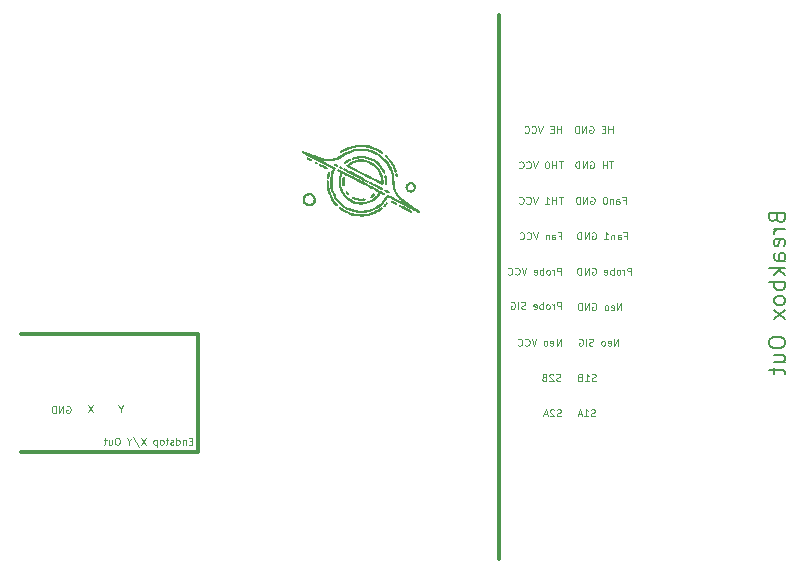
<source format=gbr>
%TF.GenerationSoftware,KiCad,Pcbnew,(6.0.6)*%
%TF.CreationDate,2022-08-12T20:11:25+02:00*%
%TF.ProjectId,breakbox_pcb,62726561-6b62-46f7-985f-7063622e6b69,rev?*%
%TF.SameCoordinates,Original*%
%TF.FileFunction,Legend,Bot*%
%TF.FilePolarity,Positive*%
%FSLAX46Y46*%
G04 Gerber Fmt 4.6, Leading zero omitted, Abs format (unit mm)*
G04 Created by KiCad (PCBNEW (6.0.6)) date 2022-08-12 20:11:25*
%MOMM*%
%LPD*%
G01*
G04 APERTURE LIST*
%ADD10C,0.300000*%
%ADD11C,0.100000*%
%ADD12C,0.200000*%
G04 APERTURE END LIST*
D10*
X52000000Y-79000000D02*
X67000000Y-79000000D01*
X92500000Y-52000000D02*
X92500000Y-98000000D01*
X67000000Y-89000000D02*
X52000000Y-89000000D01*
X67000000Y-79000000D02*
X67000000Y-89000000D01*
D11*
X97857142Y-67371428D02*
X97514285Y-67371428D01*
X97685714Y-67971428D02*
X97685714Y-67371428D01*
X97314285Y-67971428D02*
X97314285Y-67371428D01*
X97314285Y-67657142D02*
X96971428Y-67657142D01*
X96971428Y-67971428D02*
X96971428Y-67371428D01*
X96371428Y-67971428D02*
X96714285Y-67971428D01*
X96542857Y-67971428D02*
X96542857Y-67371428D01*
X96600000Y-67457142D01*
X96657142Y-67514285D01*
X96714285Y-67542857D01*
X95742857Y-67371428D02*
X95542857Y-67971428D01*
X95342857Y-67371428D01*
X94800000Y-67914285D02*
X94828571Y-67942857D01*
X94914285Y-67971428D01*
X94971428Y-67971428D01*
X95057142Y-67942857D01*
X95114285Y-67885714D01*
X95142857Y-67828571D01*
X95171428Y-67714285D01*
X95171428Y-67628571D01*
X95142857Y-67514285D01*
X95114285Y-67457142D01*
X95057142Y-67400000D01*
X94971428Y-67371428D01*
X94914285Y-67371428D01*
X94828571Y-67400000D01*
X94800000Y-67428571D01*
X94200000Y-67914285D02*
X94228571Y-67942857D01*
X94314285Y-67971428D01*
X94371428Y-67971428D01*
X94457142Y-67942857D01*
X94514285Y-67885714D01*
X94542857Y-67828571D01*
X94571428Y-67714285D01*
X94571428Y-67628571D01*
X94542857Y-67514285D01*
X94514285Y-67457142D01*
X94457142Y-67400000D01*
X94371428Y-67371428D01*
X94314285Y-67371428D01*
X94228571Y-67400000D01*
X94200000Y-67428571D01*
X60452000Y-85329714D02*
X60452000Y-85615428D01*
X60652000Y-85015428D02*
X60452000Y-85329714D01*
X60252000Y-85015428D01*
X103685714Y-73971428D02*
X103685714Y-73371428D01*
X103457142Y-73371428D01*
X103400000Y-73400000D01*
X103371428Y-73428571D01*
X103342857Y-73485714D01*
X103342857Y-73571428D01*
X103371428Y-73628571D01*
X103400000Y-73657142D01*
X103457142Y-73685714D01*
X103685714Y-73685714D01*
X103085714Y-73971428D02*
X103085714Y-73571428D01*
X103085714Y-73685714D02*
X103057142Y-73628571D01*
X103028571Y-73600000D01*
X102971428Y-73571428D01*
X102914285Y-73571428D01*
X102628571Y-73971428D02*
X102685714Y-73942857D01*
X102714285Y-73914285D01*
X102742857Y-73857142D01*
X102742857Y-73685714D01*
X102714285Y-73628571D01*
X102685714Y-73600000D01*
X102628571Y-73571428D01*
X102542857Y-73571428D01*
X102485714Y-73600000D01*
X102457142Y-73628571D01*
X102428571Y-73685714D01*
X102428571Y-73857142D01*
X102457142Y-73914285D01*
X102485714Y-73942857D01*
X102542857Y-73971428D01*
X102628571Y-73971428D01*
X102171428Y-73971428D02*
X102171428Y-73371428D01*
X102171428Y-73600000D02*
X102114285Y-73571428D01*
X102000000Y-73571428D01*
X101942857Y-73600000D01*
X101914285Y-73628571D01*
X101885714Y-73685714D01*
X101885714Y-73857142D01*
X101914285Y-73914285D01*
X101942857Y-73942857D01*
X102000000Y-73971428D01*
X102114285Y-73971428D01*
X102171428Y-73942857D01*
X101400000Y-73942857D02*
X101457142Y-73971428D01*
X101571428Y-73971428D01*
X101628571Y-73942857D01*
X101657142Y-73885714D01*
X101657142Y-73657142D01*
X101628571Y-73600000D01*
X101571428Y-73571428D01*
X101457142Y-73571428D01*
X101400000Y-73600000D01*
X101371428Y-73657142D01*
X101371428Y-73714285D01*
X101657142Y-73771428D01*
X100342857Y-73400000D02*
X100400000Y-73371428D01*
X100485714Y-73371428D01*
X100571428Y-73400000D01*
X100628571Y-73457142D01*
X100657142Y-73514285D01*
X100685714Y-73628571D01*
X100685714Y-73714285D01*
X100657142Y-73828571D01*
X100628571Y-73885714D01*
X100571428Y-73942857D01*
X100485714Y-73971428D01*
X100428571Y-73971428D01*
X100342857Y-73942857D01*
X100314285Y-73914285D01*
X100314285Y-73714285D01*
X100428571Y-73714285D01*
X100057142Y-73971428D02*
X100057142Y-73371428D01*
X99714285Y-73971428D01*
X99714285Y-73371428D01*
X99428571Y-73971428D02*
X99428571Y-73371428D01*
X99285714Y-73371428D01*
X99200000Y-73400000D01*
X99142857Y-73457142D01*
X99114285Y-73514285D01*
X99085714Y-73628571D01*
X99085714Y-73714285D01*
X99114285Y-73828571D01*
X99142857Y-73885714D01*
X99200000Y-73942857D01*
X99285714Y-73971428D01*
X99428571Y-73971428D01*
X97542857Y-70657142D02*
X97742857Y-70657142D01*
X97742857Y-70971428D02*
X97742857Y-70371428D01*
X97457142Y-70371428D01*
X96971428Y-70971428D02*
X96971428Y-70657142D01*
X97000000Y-70600000D01*
X97057142Y-70571428D01*
X97171428Y-70571428D01*
X97228571Y-70600000D01*
X96971428Y-70942857D02*
X97028571Y-70971428D01*
X97171428Y-70971428D01*
X97228571Y-70942857D01*
X97257142Y-70885714D01*
X97257142Y-70828571D01*
X97228571Y-70771428D01*
X97171428Y-70742857D01*
X97028571Y-70742857D01*
X96971428Y-70714285D01*
X96685714Y-70571428D02*
X96685714Y-70971428D01*
X96685714Y-70628571D02*
X96657142Y-70600000D01*
X96600000Y-70571428D01*
X96514285Y-70571428D01*
X96457142Y-70600000D01*
X96428571Y-70657142D01*
X96428571Y-70971428D01*
X95771428Y-70371428D02*
X95571428Y-70971428D01*
X95371428Y-70371428D01*
X94828571Y-70914285D02*
X94857142Y-70942857D01*
X94942857Y-70971428D01*
X95000000Y-70971428D01*
X95085714Y-70942857D01*
X95142857Y-70885714D01*
X95171428Y-70828571D01*
X95200000Y-70714285D01*
X95200000Y-70628571D01*
X95171428Y-70514285D01*
X95142857Y-70457142D01*
X95085714Y-70400000D01*
X95000000Y-70371428D01*
X94942857Y-70371428D01*
X94857142Y-70400000D01*
X94828571Y-70428571D01*
X94228571Y-70914285D02*
X94257142Y-70942857D01*
X94342857Y-70971428D01*
X94400000Y-70971428D01*
X94485714Y-70942857D01*
X94542857Y-70885714D01*
X94571428Y-70828571D01*
X94600000Y-70714285D01*
X94600000Y-70628571D01*
X94571428Y-70514285D01*
X94542857Y-70457142D01*
X94485714Y-70400000D01*
X94400000Y-70371428D01*
X94342857Y-70371428D01*
X94257142Y-70400000D01*
X94228571Y-70428571D01*
X97728571Y-73971428D02*
X97728571Y-73371428D01*
X97500000Y-73371428D01*
X97442857Y-73400000D01*
X97414285Y-73428571D01*
X97385714Y-73485714D01*
X97385714Y-73571428D01*
X97414285Y-73628571D01*
X97442857Y-73657142D01*
X97500000Y-73685714D01*
X97728571Y-73685714D01*
X97128571Y-73971428D02*
X97128571Y-73571428D01*
X97128571Y-73685714D02*
X97100000Y-73628571D01*
X97071428Y-73600000D01*
X97014285Y-73571428D01*
X96957142Y-73571428D01*
X96671428Y-73971428D02*
X96728571Y-73942857D01*
X96757142Y-73914285D01*
X96785714Y-73857142D01*
X96785714Y-73685714D01*
X96757142Y-73628571D01*
X96728571Y-73600000D01*
X96671428Y-73571428D01*
X96585714Y-73571428D01*
X96528571Y-73600000D01*
X96500000Y-73628571D01*
X96471428Y-73685714D01*
X96471428Y-73857142D01*
X96500000Y-73914285D01*
X96528571Y-73942857D01*
X96585714Y-73971428D01*
X96671428Y-73971428D01*
X96214285Y-73971428D02*
X96214285Y-73371428D01*
X96214285Y-73600000D02*
X96157142Y-73571428D01*
X96042857Y-73571428D01*
X95985714Y-73600000D01*
X95957142Y-73628571D01*
X95928571Y-73685714D01*
X95928571Y-73857142D01*
X95957142Y-73914285D01*
X95985714Y-73942857D01*
X96042857Y-73971428D01*
X96157142Y-73971428D01*
X96214285Y-73942857D01*
X95442857Y-73942857D02*
X95500000Y-73971428D01*
X95614285Y-73971428D01*
X95671428Y-73942857D01*
X95700000Y-73885714D01*
X95700000Y-73657142D01*
X95671428Y-73600000D01*
X95614285Y-73571428D01*
X95500000Y-73571428D01*
X95442857Y-73600000D01*
X95414285Y-73657142D01*
X95414285Y-73714285D01*
X95700000Y-73771428D01*
X94785714Y-73371428D02*
X94585714Y-73971428D01*
X94385714Y-73371428D01*
X93842857Y-73914285D02*
X93871428Y-73942857D01*
X93957142Y-73971428D01*
X94014285Y-73971428D01*
X94100000Y-73942857D01*
X94157142Y-73885714D01*
X94185714Y-73828571D01*
X94214285Y-73714285D01*
X94214285Y-73628571D01*
X94185714Y-73514285D01*
X94157142Y-73457142D01*
X94100000Y-73400000D01*
X94014285Y-73371428D01*
X93957142Y-73371428D01*
X93871428Y-73400000D01*
X93842857Y-73428571D01*
X93242857Y-73914285D02*
X93271428Y-73942857D01*
X93357142Y-73971428D01*
X93414285Y-73971428D01*
X93500000Y-73942857D01*
X93557142Y-73885714D01*
X93585714Y-73828571D01*
X93614285Y-73714285D01*
X93614285Y-73628571D01*
X93585714Y-73514285D01*
X93557142Y-73457142D01*
X93500000Y-73400000D01*
X93414285Y-73371428D01*
X93357142Y-73371428D01*
X93271428Y-73400000D01*
X93242857Y-73428571D01*
X102842857Y-76971428D02*
X102842857Y-76371428D01*
X102500000Y-76971428D01*
X102500000Y-76371428D01*
X101985714Y-76942857D02*
X102042857Y-76971428D01*
X102157142Y-76971428D01*
X102214285Y-76942857D01*
X102242857Y-76885714D01*
X102242857Y-76657142D01*
X102214285Y-76600000D01*
X102157142Y-76571428D01*
X102042857Y-76571428D01*
X101985714Y-76600000D01*
X101957142Y-76657142D01*
X101957142Y-76714285D01*
X102242857Y-76771428D01*
X101614285Y-76971428D02*
X101671428Y-76942857D01*
X101700000Y-76914285D01*
X101728571Y-76857142D01*
X101728571Y-76685714D01*
X101700000Y-76628571D01*
X101671428Y-76600000D01*
X101614285Y-76571428D01*
X101528571Y-76571428D01*
X101471428Y-76600000D01*
X101442857Y-76628571D01*
X101414285Y-76685714D01*
X101414285Y-76857142D01*
X101442857Y-76914285D01*
X101471428Y-76942857D01*
X101528571Y-76971428D01*
X101614285Y-76971428D01*
X100385714Y-76400000D02*
X100442857Y-76371428D01*
X100528571Y-76371428D01*
X100614285Y-76400000D01*
X100671428Y-76457142D01*
X100700000Y-76514285D01*
X100728571Y-76628571D01*
X100728571Y-76714285D01*
X100700000Y-76828571D01*
X100671428Y-76885714D01*
X100614285Y-76942857D01*
X100528571Y-76971428D01*
X100471428Y-76971428D01*
X100385714Y-76942857D01*
X100357142Y-76914285D01*
X100357142Y-76714285D01*
X100471428Y-76714285D01*
X100100000Y-76971428D02*
X100100000Y-76371428D01*
X99757142Y-76971428D01*
X99757142Y-76371428D01*
X99471428Y-76971428D02*
X99471428Y-76371428D01*
X99328571Y-76371428D01*
X99242857Y-76400000D01*
X99185714Y-76457142D01*
X99157142Y-76514285D01*
X99128571Y-76628571D01*
X99128571Y-76714285D01*
X99157142Y-76828571D01*
X99185714Y-76885714D01*
X99242857Y-76942857D01*
X99328571Y-76971428D01*
X99471428Y-76971428D01*
X102128571Y-64371428D02*
X101785714Y-64371428D01*
X101957142Y-64971428D02*
X101957142Y-64371428D01*
X101585714Y-64971428D02*
X101585714Y-64371428D01*
X101585714Y-64657142D02*
X101242857Y-64657142D01*
X101242857Y-64971428D02*
X101242857Y-64371428D01*
X100185714Y-64400000D02*
X100242857Y-64371428D01*
X100328571Y-64371428D01*
X100414285Y-64400000D01*
X100471428Y-64457142D01*
X100500000Y-64514285D01*
X100528571Y-64628571D01*
X100528571Y-64714285D01*
X100500000Y-64828571D01*
X100471428Y-64885714D01*
X100414285Y-64942857D01*
X100328571Y-64971428D01*
X100271428Y-64971428D01*
X100185714Y-64942857D01*
X100157142Y-64914285D01*
X100157142Y-64714285D01*
X100271428Y-64714285D01*
X99900000Y-64971428D02*
X99900000Y-64371428D01*
X99557142Y-64971428D01*
X99557142Y-64371428D01*
X99271428Y-64971428D02*
X99271428Y-64371428D01*
X99128571Y-64371428D01*
X99042857Y-64400000D01*
X98985714Y-64457142D01*
X98957142Y-64514285D01*
X98928571Y-64628571D01*
X98928571Y-64714285D01*
X98957142Y-64828571D01*
X98985714Y-64885714D01*
X99042857Y-64942857D01*
X99128571Y-64971428D01*
X99271428Y-64971428D01*
X97714285Y-85942857D02*
X97628571Y-85971428D01*
X97485714Y-85971428D01*
X97428571Y-85942857D01*
X97400000Y-85914285D01*
X97371428Y-85857142D01*
X97371428Y-85800000D01*
X97400000Y-85742857D01*
X97428571Y-85714285D01*
X97485714Y-85685714D01*
X97600000Y-85657142D01*
X97657142Y-85628571D01*
X97685714Y-85600000D01*
X97714285Y-85542857D01*
X97714285Y-85485714D01*
X97685714Y-85428571D01*
X97657142Y-85400000D01*
X97600000Y-85371428D01*
X97457142Y-85371428D01*
X97371428Y-85400000D01*
X97142857Y-85428571D02*
X97114285Y-85400000D01*
X97057142Y-85371428D01*
X96914285Y-85371428D01*
X96857142Y-85400000D01*
X96828571Y-85428571D01*
X96800000Y-85485714D01*
X96800000Y-85542857D01*
X96828571Y-85628571D01*
X97171428Y-85971428D01*
X96800000Y-85971428D01*
X96571428Y-85800000D02*
X96285714Y-85800000D01*
X96628571Y-85971428D02*
X96428571Y-85371428D01*
X96228571Y-85971428D01*
X97857142Y-64371428D02*
X97514285Y-64371428D01*
X97685714Y-64971428D02*
X97685714Y-64371428D01*
X97314285Y-64971428D02*
X97314285Y-64371428D01*
X97314285Y-64657142D02*
X96971428Y-64657142D01*
X96971428Y-64971428D02*
X96971428Y-64371428D01*
X96571428Y-64371428D02*
X96514285Y-64371428D01*
X96457142Y-64400000D01*
X96428571Y-64428571D01*
X96400000Y-64485714D01*
X96371428Y-64600000D01*
X96371428Y-64742857D01*
X96400000Y-64857142D01*
X96428571Y-64914285D01*
X96457142Y-64942857D01*
X96514285Y-64971428D01*
X96571428Y-64971428D01*
X96628571Y-64942857D01*
X96657142Y-64914285D01*
X96685714Y-64857142D01*
X96714285Y-64742857D01*
X96714285Y-64600000D01*
X96685714Y-64485714D01*
X96657142Y-64428571D01*
X96628571Y-64400000D01*
X96571428Y-64371428D01*
X95742857Y-64371428D02*
X95542857Y-64971428D01*
X95342857Y-64371428D01*
X94800000Y-64914285D02*
X94828571Y-64942857D01*
X94914285Y-64971428D01*
X94971428Y-64971428D01*
X95057142Y-64942857D01*
X95114285Y-64885714D01*
X95142857Y-64828571D01*
X95171428Y-64714285D01*
X95171428Y-64628571D01*
X95142857Y-64514285D01*
X95114285Y-64457142D01*
X95057142Y-64400000D01*
X94971428Y-64371428D01*
X94914285Y-64371428D01*
X94828571Y-64400000D01*
X94800000Y-64428571D01*
X94200000Y-64914285D02*
X94228571Y-64942857D01*
X94314285Y-64971428D01*
X94371428Y-64971428D01*
X94457142Y-64942857D01*
X94514285Y-64885714D01*
X94542857Y-64828571D01*
X94571428Y-64714285D01*
X94571428Y-64628571D01*
X94542857Y-64514285D01*
X94514285Y-64457142D01*
X94457142Y-64400000D01*
X94371428Y-64371428D01*
X94314285Y-64371428D01*
X94228571Y-64400000D01*
X94200000Y-64428571D01*
X103085714Y-70657142D02*
X103285714Y-70657142D01*
X103285714Y-70971428D02*
X103285714Y-70371428D01*
X103000000Y-70371428D01*
X102514285Y-70971428D02*
X102514285Y-70657142D01*
X102542857Y-70600000D01*
X102600000Y-70571428D01*
X102714285Y-70571428D01*
X102771428Y-70600000D01*
X102514285Y-70942857D02*
X102571428Y-70971428D01*
X102714285Y-70971428D01*
X102771428Y-70942857D01*
X102800000Y-70885714D01*
X102800000Y-70828571D01*
X102771428Y-70771428D01*
X102714285Y-70742857D01*
X102571428Y-70742857D01*
X102514285Y-70714285D01*
X102228571Y-70571428D02*
X102228571Y-70971428D01*
X102228571Y-70628571D02*
X102200000Y-70600000D01*
X102142857Y-70571428D01*
X102057142Y-70571428D01*
X102000000Y-70600000D01*
X101971428Y-70657142D01*
X101971428Y-70971428D01*
X101371428Y-70971428D02*
X101714285Y-70971428D01*
X101542857Y-70971428D02*
X101542857Y-70371428D01*
X101600000Y-70457142D01*
X101657142Y-70514285D01*
X101714285Y-70542857D01*
X100342857Y-70400000D02*
X100400000Y-70371428D01*
X100485714Y-70371428D01*
X100571428Y-70400000D01*
X100628571Y-70457142D01*
X100657142Y-70514285D01*
X100685714Y-70628571D01*
X100685714Y-70714285D01*
X100657142Y-70828571D01*
X100628571Y-70885714D01*
X100571428Y-70942857D01*
X100485714Y-70971428D01*
X100428571Y-70971428D01*
X100342857Y-70942857D01*
X100314285Y-70914285D01*
X100314285Y-70714285D01*
X100428571Y-70714285D01*
X100057142Y-70971428D02*
X100057142Y-70371428D01*
X99714285Y-70971428D01*
X99714285Y-70371428D01*
X99428571Y-70971428D02*
X99428571Y-70371428D01*
X99285714Y-70371428D01*
X99200000Y-70400000D01*
X99142857Y-70457142D01*
X99114285Y-70514285D01*
X99085714Y-70628571D01*
X99085714Y-70714285D01*
X99114285Y-70828571D01*
X99142857Y-70885714D01*
X99200000Y-70942857D01*
X99285714Y-70971428D01*
X99428571Y-70971428D01*
X55857142Y-85100000D02*
X55914285Y-85071428D01*
X56000000Y-85071428D01*
X56085714Y-85100000D01*
X56142857Y-85157142D01*
X56171428Y-85214285D01*
X56200000Y-85328571D01*
X56200000Y-85414285D01*
X56171428Y-85528571D01*
X56142857Y-85585714D01*
X56085714Y-85642857D01*
X56000000Y-85671428D01*
X55942857Y-85671428D01*
X55857142Y-85642857D01*
X55828571Y-85614285D01*
X55828571Y-85414285D01*
X55942857Y-85414285D01*
X55571428Y-85671428D02*
X55571428Y-85071428D01*
X55228571Y-85671428D01*
X55228571Y-85071428D01*
X54942857Y-85671428D02*
X54942857Y-85071428D01*
X54800000Y-85071428D01*
X54714285Y-85100000D01*
X54657142Y-85157142D01*
X54628571Y-85214285D01*
X54600000Y-85328571D01*
X54600000Y-85414285D01*
X54628571Y-85528571D01*
X54657142Y-85585714D01*
X54714285Y-85642857D01*
X54800000Y-85671428D01*
X54942857Y-85671428D01*
D12*
X115978000Y-69171333D02*
X116044666Y-69371333D01*
X116111333Y-69438000D01*
X116244666Y-69504666D01*
X116444666Y-69504666D01*
X116578000Y-69438000D01*
X116644666Y-69371333D01*
X116711333Y-69238000D01*
X116711333Y-68704666D01*
X115311333Y-68704666D01*
X115311333Y-69171333D01*
X115378000Y-69304666D01*
X115444666Y-69371333D01*
X115578000Y-69438000D01*
X115711333Y-69438000D01*
X115844666Y-69371333D01*
X115911333Y-69304666D01*
X115978000Y-69171333D01*
X115978000Y-68704666D01*
X116711333Y-70104666D02*
X115778000Y-70104666D01*
X116044666Y-70104666D02*
X115911333Y-70171333D01*
X115844666Y-70238000D01*
X115778000Y-70371333D01*
X115778000Y-70504666D01*
X116644666Y-71504666D02*
X116711333Y-71371333D01*
X116711333Y-71104666D01*
X116644666Y-70971333D01*
X116511333Y-70904666D01*
X115978000Y-70904666D01*
X115844666Y-70971333D01*
X115778000Y-71104666D01*
X115778000Y-71371333D01*
X115844666Y-71504666D01*
X115978000Y-71571333D01*
X116111333Y-71571333D01*
X116244666Y-70904666D01*
X116711333Y-72771333D02*
X115978000Y-72771333D01*
X115844666Y-72704666D01*
X115778000Y-72571333D01*
X115778000Y-72304666D01*
X115844666Y-72171333D01*
X116644666Y-72771333D02*
X116711333Y-72638000D01*
X116711333Y-72304666D01*
X116644666Y-72171333D01*
X116511333Y-72104666D01*
X116378000Y-72104666D01*
X116244666Y-72171333D01*
X116178000Y-72304666D01*
X116178000Y-72638000D01*
X116111333Y-72771333D01*
X116711333Y-73438000D02*
X115311333Y-73438000D01*
X116178000Y-73571333D02*
X116711333Y-73971333D01*
X115778000Y-73971333D02*
X116311333Y-73438000D01*
X116711333Y-74571333D02*
X115311333Y-74571333D01*
X115844666Y-74571333D02*
X115778000Y-74704666D01*
X115778000Y-74971333D01*
X115844666Y-75104666D01*
X115911333Y-75171333D01*
X116044666Y-75238000D01*
X116444666Y-75238000D01*
X116578000Y-75171333D01*
X116644666Y-75104666D01*
X116711333Y-74971333D01*
X116711333Y-74704666D01*
X116644666Y-74571333D01*
X116711333Y-76038000D02*
X116644666Y-75904666D01*
X116578000Y-75838000D01*
X116444666Y-75771333D01*
X116044666Y-75771333D01*
X115911333Y-75838000D01*
X115844666Y-75904666D01*
X115778000Y-76038000D01*
X115778000Y-76238000D01*
X115844666Y-76371333D01*
X115911333Y-76438000D01*
X116044666Y-76504666D01*
X116444666Y-76504666D01*
X116578000Y-76438000D01*
X116644666Y-76371333D01*
X116711333Y-76238000D01*
X116711333Y-76038000D01*
X116711333Y-76971333D02*
X115778000Y-77704666D01*
X115778000Y-76971333D02*
X116711333Y-77704666D01*
X115311333Y-79571333D02*
X115311333Y-79838000D01*
X115378000Y-79971333D01*
X115511333Y-80104666D01*
X115778000Y-80171333D01*
X116244666Y-80171333D01*
X116511333Y-80104666D01*
X116644666Y-79971333D01*
X116711333Y-79838000D01*
X116711333Y-79571333D01*
X116644666Y-79438000D01*
X116511333Y-79304666D01*
X116244666Y-79238000D01*
X115778000Y-79238000D01*
X115511333Y-79304666D01*
X115378000Y-79438000D01*
X115311333Y-79571333D01*
X115778000Y-81371333D02*
X116711333Y-81371333D01*
X115778000Y-80771333D02*
X116511333Y-80771333D01*
X116644666Y-80838000D01*
X116711333Y-80971333D01*
X116711333Y-81171333D01*
X116644666Y-81304666D01*
X116578000Y-81371333D01*
X115778000Y-81838000D02*
X115778000Y-82371333D01*
X115311333Y-82038000D02*
X116511333Y-82038000D01*
X116644666Y-82104666D01*
X116711333Y-82238000D01*
X116711333Y-82371333D01*
D11*
X97700000Y-76871428D02*
X97700000Y-76271428D01*
X97471428Y-76271428D01*
X97414285Y-76300000D01*
X97385714Y-76328571D01*
X97357142Y-76385714D01*
X97357142Y-76471428D01*
X97385714Y-76528571D01*
X97414285Y-76557142D01*
X97471428Y-76585714D01*
X97700000Y-76585714D01*
X97100000Y-76871428D02*
X97100000Y-76471428D01*
X97100000Y-76585714D02*
X97071428Y-76528571D01*
X97042857Y-76500000D01*
X96985714Y-76471428D01*
X96928571Y-76471428D01*
X96642857Y-76871428D02*
X96700000Y-76842857D01*
X96728571Y-76814285D01*
X96757142Y-76757142D01*
X96757142Y-76585714D01*
X96728571Y-76528571D01*
X96700000Y-76500000D01*
X96642857Y-76471428D01*
X96557142Y-76471428D01*
X96500000Y-76500000D01*
X96471428Y-76528571D01*
X96442857Y-76585714D01*
X96442857Y-76757142D01*
X96471428Y-76814285D01*
X96500000Y-76842857D01*
X96557142Y-76871428D01*
X96642857Y-76871428D01*
X96185714Y-76871428D02*
X96185714Y-76271428D01*
X96185714Y-76500000D02*
X96128571Y-76471428D01*
X96014285Y-76471428D01*
X95957142Y-76500000D01*
X95928571Y-76528571D01*
X95900000Y-76585714D01*
X95900000Y-76757142D01*
X95928571Y-76814285D01*
X95957142Y-76842857D01*
X96014285Y-76871428D01*
X96128571Y-76871428D01*
X96185714Y-76842857D01*
X95414285Y-76842857D02*
X95471428Y-76871428D01*
X95585714Y-76871428D01*
X95642857Y-76842857D01*
X95671428Y-76785714D01*
X95671428Y-76557142D01*
X95642857Y-76500000D01*
X95585714Y-76471428D01*
X95471428Y-76471428D01*
X95414285Y-76500000D01*
X95385714Y-76557142D01*
X95385714Y-76614285D01*
X95671428Y-76671428D01*
X94700000Y-76842857D02*
X94614285Y-76871428D01*
X94471428Y-76871428D01*
X94414285Y-76842857D01*
X94385714Y-76814285D01*
X94357142Y-76757142D01*
X94357142Y-76700000D01*
X94385714Y-76642857D01*
X94414285Y-76614285D01*
X94471428Y-76585714D01*
X94585714Y-76557142D01*
X94642857Y-76528571D01*
X94671428Y-76500000D01*
X94700000Y-76442857D01*
X94700000Y-76385714D01*
X94671428Y-76328571D01*
X94642857Y-76300000D01*
X94585714Y-76271428D01*
X94442857Y-76271428D01*
X94357142Y-76300000D01*
X94100000Y-76871428D02*
X94100000Y-76271428D01*
X93500000Y-76300000D02*
X93557142Y-76271428D01*
X93642857Y-76271428D01*
X93728571Y-76300000D01*
X93785714Y-76357142D01*
X93814285Y-76414285D01*
X93842857Y-76528571D01*
X93842857Y-76614285D01*
X93814285Y-76728571D01*
X93785714Y-76785714D01*
X93728571Y-76842857D01*
X93642857Y-76871428D01*
X93585714Y-76871428D01*
X93500000Y-76842857D01*
X93471428Y-76814285D01*
X93471428Y-76614285D01*
X93585714Y-76614285D01*
X100657142Y-82942857D02*
X100571428Y-82971428D01*
X100428571Y-82971428D01*
X100371428Y-82942857D01*
X100342857Y-82914285D01*
X100314285Y-82857142D01*
X100314285Y-82800000D01*
X100342857Y-82742857D01*
X100371428Y-82714285D01*
X100428571Y-82685714D01*
X100542857Y-82657142D01*
X100600000Y-82628571D01*
X100628571Y-82600000D01*
X100657142Y-82542857D01*
X100657142Y-82485714D01*
X100628571Y-82428571D01*
X100600000Y-82400000D01*
X100542857Y-82371428D01*
X100400000Y-82371428D01*
X100314285Y-82400000D01*
X99742857Y-82971428D02*
X100085714Y-82971428D01*
X99914285Y-82971428D02*
X99914285Y-82371428D01*
X99971428Y-82457142D01*
X100028571Y-82514285D01*
X100085714Y-82542857D01*
X99285714Y-82657142D02*
X99200000Y-82685714D01*
X99171428Y-82714285D01*
X99142857Y-82771428D01*
X99142857Y-82857142D01*
X99171428Y-82914285D01*
X99200000Y-82942857D01*
X99257142Y-82971428D01*
X99485714Y-82971428D01*
X99485714Y-82371428D01*
X99285714Y-82371428D01*
X99228571Y-82400000D01*
X99200000Y-82428571D01*
X99171428Y-82485714D01*
X99171428Y-82542857D01*
X99200000Y-82600000D01*
X99228571Y-82628571D01*
X99285714Y-82657142D01*
X99485714Y-82657142D01*
X100614285Y-85942857D02*
X100528571Y-85971428D01*
X100385714Y-85971428D01*
X100328571Y-85942857D01*
X100300000Y-85914285D01*
X100271428Y-85857142D01*
X100271428Y-85800000D01*
X100300000Y-85742857D01*
X100328571Y-85714285D01*
X100385714Y-85685714D01*
X100500000Y-85657142D01*
X100557142Y-85628571D01*
X100585714Y-85600000D01*
X100614285Y-85542857D01*
X100614285Y-85485714D01*
X100585714Y-85428571D01*
X100557142Y-85400000D01*
X100500000Y-85371428D01*
X100357142Y-85371428D01*
X100271428Y-85400000D01*
X99700000Y-85971428D02*
X100042857Y-85971428D01*
X99871428Y-85971428D02*
X99871428Y-85371428D01*
X99928571Y-85457142D01*
X99985714Y-85514285D01*
X100042857Y-85542857D01*
X99471428Y-85800000D02*
X99185714Y-85800000D01*
X99528571Y-85971428D02*
X99328571Y-85371428D01*
X99128571Y-85971428D01*
X58112000Y-85015428D02*
X57712000Y-85615428D01*
X57712000Y-85015428D02*
X58112000Y-85615428D01*
X66500000Y-88057142D02*
X66300000Y-88057142D01*
X66214285Y-88371428D02*
X66500000Y-88371428D01*
X66500000Y-87771428D01*
X66214285Y-87771428D01*
X65957142Y-87971428D02*
X65957142Y-88371428D01*
X65957142Y-88028571D02*
X65928571Y-88000000D01*
X65871428Y-87971428D01*
X65785714Y-87971428D01*
X65728571Y-88000000D01*
X65700000Y-88057142D01*
X65700000Y-88371428D01*
X65157142Y-88371428D02*
X65157142Y-87771428D01*
X65157142Y-88342857D02*
X65214285Y-88371428D01*
X65328571Y-88371428D01*
X65385714Y-88342857D01*
X65414285Y-88314285D01*
X65442857Y-88257142D01*
X65442857Y-88085714D01*
X65414285Y-88028571D01*
X65385714Y-88000000D01*
X65328571Y-87971428D01*
X65214285Y-87971428D01*
X65157142Y-88000000D01*
X64900000Y-88342857D02*
X64842857Y-88371428D01*
X64728571Y-88371428D01*
X64671428Y-88342857D01*
X64642857Y-88285714D01*
X64642857Y-88257142D01*
X64671428Y-88200000D01*
X64728571Y-88171428D01*
X64814285Y-88171428D01*
X64871428Y-88142857D01*
X64900000Y-88085714D01*
X64900000Y-88057142D01*
X64871428Y-88000000D01*
X64814285Y-87971428D01*
X64728571Y-87971428D01*
X64671428Y-88000000D01*
X64471428Y-87971428D02*
X64242857Y-87971428D01*
X64385714Y-87771428D02*
X64385714Y-88285714D01*
X64357142Y-88342857D01*
X64300000Y-88371428D01*
X64242857Y-88371428D01*
X63957142Y-88371428D02*
X64014285Y-88342857D01*
X64042857Y-88314285D01*
X64071428Y-88257142D01*
X64071428Y-88085714D01*
X64042857Y-88028571D01*
X64014285Y-88000000D01*
X63957142Y-87971428D01*
X63871428Y-87971428D01*
X63814285Y-88000000D01*
X63785714Y-88028571D01*
X63757142Y-88085714D01*
X63757142Y-88257142D01*
X63785714Y-88314285D01*
X63814285Y-88342857D01*
X63871428Y-88371428D01*
X63957142Y-88371428D01*
X63500000Y-87971428D02*
X63500000Y-88571428D01*
X63500000Y-88000000D02*
X63442857Y-87971428D01*
X63328571Y-87971428D01*
X63271428Y-88000000D01*
X63242857Y-88028571D01*
X63214285Y-88085714D01*
X63214285Y-88257142D01*
X63242857Y-88314285D01*
X63271428Y-88342857D01*
X63328571Y-88371428D01*
X63442857Y-88371428D01*
X63500000Y-88342857D01*
X62557142Y-87771428D02*
X62157142Y-88371428D01*
X62157142Y-87771428D02*
X62557142Y-88371428D01*
X61500000Y-87742857D02*
X62014285Y-88514285D01*
X61185714Y-88085714D02*
X61185714Y-88371428D01*
X61385714Y-87771428D02*
X61185714Y-88085714D01*
X60985714Y-87771428D01*
X60214285Y-87771428D02*
X60100000Y-87771428D01*
X60042857Y-87800000D01*
X59985714Y-87857142D01*
X59957142Y-87971428D01*
X59957142Y-88171428D01*
X59985714Y-88285714D01*
X60042857Y-88342857D01*
X60100000Y-88371428D01*
X60214285Y-88371428D01*
X60271428Y-88342857D01*
X60328571Y-88285714D01*
X60357142Y-88171428D01*
X60357142Y-87971428D01*
X60328571Y-87857142D01*
X60271428Y-87800000D01*
X60214285Y-87771428D01*
X59442857Y-87971428D02*
X59442857Y-88371428D01*
X59700000Y-87971428D02*
X59700000Y-88285714D01*
X59671428Y-88342857D01*
X59614285Y-88371428D01*
X59528571Y-88371428D01*
X59471428Y-88342857D01*
X59442857Y-88314285D01*
X59242857Y-87971428D02*
X59014285Y-87971428D01*
X59157142Y-87771428D02*
X59157142Y-88285714D01*
X59128571Y-88342857D01*
X59071428Y-88371428D01*
X59014285Y-88371428D01*
X97728571Y-61971428D02*
X97728571Y-61371428D01*
X97728571Y-61657142D02*
X97385714Y-61657142D01*
X97385714Y-61971428D02*
X97385714Y-61371428D01*
X97100000Y-61657142D02*
X96900000Y-61657142D01*
X96814285Y-61971428D02*
X97100000Y-61971428D01*
X97100000Y-61371428D01*
X96814285Y-61371428D01*
X96185714Y-61371428D02*
X95985714Y-61971428D01*
X95785714Y-61371428D01*
X95242857Y-61914285D02*
X95271428Y-61942857D01*
X95357142Y-61971428D01*
X95414285Y-61971428D01*
X95500000Y-61942857D01*
X95557142Y-61885714D01*
X95585714Y-61828571D01*
X95614285Y-61714285D01*
X95614285Y-61628571D01*
X95585714Y-61514285D01*
X95557142Y-61457142D01*
X95500000Y-61400000D01*
X95414285Y-61371428D01*
X95357142Y-61371428D01*
X95271428Y-61400000D01*
X95242857Y-61428571D01*
X94642857Y-61914285D02*
X94671428Y-61942857D01*
X94757142Y-61971428D01*
X94814285Y-61971428D01*
X94900000Y-61942857D01*
X94957142Y-61885714D01*
X94985714Y-61828571D01*
X95014285Y-61714285D01*
X95014285Y-61628571D01*
X94985714Y-61514285D01*
X94957142Y-61457142D01*
X94900000Y-61400000D01*
X94814285Y-61371428D01*
X94757142Y-61371428D01*
X94671428Y-61400000D01*
X94642857Y-61428571D01*
X97657142Y-82942857D02*
X97571428Y-82971428D01*
X97428571Y-82971428D01*
X97371428Y-82942857D01*
X97342857Y-82914285D01*
X97314285Y-82857142D01*
X97314285Y-82800000D01*
X97342857Y-82742857D01*
X97371428Y-82714285D01*
X97428571Y-82685714D01*
X97542857Y-82657142D01*
X97600000Y-82628571D01*
X97628571Y-82600000D01*
X97657142Y-82542857D01*
X97657142Y-82485714D01*
X97628571Y-82428571D01*
X97600000Y-82400000D01*
X97542857Y-82371428D01*
X97400000Y-82371428D01*
X97314285Y-82400000D01*
X97085714Y-82428571D02*
X97057142Y-82400000D01*
X97000000Y-82371428D01*
X96857142Y-82371428D01*
X96800000Y-82400000D01*
X96771428Y-82428571D01*
X96742857Y-82485714D01*
X96742857Y-82542857D01*
X96771428Y-82628571D01*
X97114285Y-82971428D01*
X96742857Y-82971428D01*
X96285714Y-82657142D02*
X96200000Y-82685714D01*
X96171428Y-82714285D01*
X96142857Y-82771428D01*
X96142857Y-82857142D01*
X96171428Y-82914285D01*
X96200000Y-82942857D01*
X96257142Y-82971428D01*
X96485714Y-82971428D01*
X96485714Y-82371428D01*
X96285714Y-82371428D01*
X96228571Y-82400000D01*
X96200000Y-82428571D01*
X96171428Y-82485714D01*
X96171428Y-82542857D01*
X96200000Y-82600000D01*
X96228571Y-82628571D01*
X96285714Y-82657142D01*
X96485714Y-82657142D01*
X102557142Y-79971428D02*
X102557142Y-79371428D01*
X102214285Y-79971428D01*
X102214285Y-79371428D01*
X101700000Y-79942857D02*
X101757142Y-79971428D01*
X101871428Y-79971428D01*
X101928571Y-79942857D01*
X101957142Y-79885714D01*
X101957142Y-79657142D01*
X101928571Y-79600000D01*
X101871428Y-79571428D01*
X101757142Y-79571428D01*
X101700000Y-79600000D01*
X101671428Y-79657142D01*
X101671428Y-79714285D01*
X101957142Y-79771428D01*
X101328571Y-79971428D02*
X101385714Y-79942857D01*
X101414285Y-79914285D01*
X101442857Y-79857142D01*
X101442857Y-79685714D01*
X101414285Y-79628571D01*
X101385714Y-79600000D01*
X101328571Y-79571428D01*
X101242857Y-79571428D01*
X101185714Y-79600000D01*
X101157142Y-79628571D01*
X101128571Y-79685714D01*
X101128571Y-79857142D01*
X101157142Y-79914285D01*
X101185714Y-79942857D01*
X101242857Y-79971428D01*
X101328571Y-79971428D01*
X100442857Y-79942857D02*
X100357142Y-79971428D01*
X100214285Y-79971428D01*
X100157142Y-79942857D01*
X100128571Y-79914285D01*
X100100000Y-79857142D01*
X100100000Y-79800000D01*
X100128571Y-79742857D01*
X100157142Y-79714285D01*
X100214285Y-79685714D01*
X100328571Y-79657142D01*
X100385714Y-79628571D01*
X100414285Y-79600000D01*
X100442857Y-79542857D01*
X100442857Y-79485714D01*
X100414285Y-79428571D01*
X100385714Y-79400000D01*
X100328571Y-79371428D01*
X100185714Y-79371428D01*
X100100000Y-79400000D01*
X99842857Y-79971428D02*
X99842857Y-79371428D01*
X99242857Y-79400000D02*
X99300000Y-79371428D01*
X99385714Y-79371428D01*
X99471428Y-79400000D01*
X99528571Y-79457142D01*
X99557142Y-79514285D01*
X99585714Y-79628571D01*
X99585714Y-79714285D01*
X99557142Y-79828571D01*
X99528571Y-79885714D01*
X99471428Y-79942857D01*
X99385714Y-79971428D01*
X99328571Y-79971428D01*
X99242857Y-79942857D01*
X99214285Y-79914285D01*
X99214285Y-79714285D01*
X99328571Y-79714285D01*
X97685714Y-79971428D02*
X97685714Y-79371428D01*
X97342857Y-79971428D01*
X97342857Y-79371428D01*
X96828571Y-79942857D02*
X96885714Y-79971428D01*
X97000000Y-79971428D01*
X97057142Y-79942857D01*
X97085714Y-79885714D01*
X97085714Y-79657142D01*
X97057142Y-79600000D01*
X97000000Y-79571428D01*
X96885714Y-79571428D01*
X96828571Y-79600000D01*
X96800000Y-79657142D01*
X96800000Y-79714285D01*
X97085714Y-79771428D01*
X96457142Y-79971428D02*
X96514285Y-79942857D01*
X96542857Y-79914285D01*
X96571428Y-79857142D01*
X96571428Y-79685714D01*
X96542857Y-79628571D01*
X96514285Y-79600000D01*
X96457142Y-79571428D01*
X96371428Y-79571428D01*
X96314285Y-79600000D01*
X96285714Y-79628571D01*
X96257142Y-79685714D01*
X96257142Y-79857142D01*
X96285714Y-79914285D01*
X96314285Y-79942857D01*
X96371428Y-79971428D01*
X96457142Y-79971428D01*
X95628571Y-79371428D02*
X95428571Y-79971428D01*
X95228571Y-79371428D01*
X94685714Y-79914285D02*
X94714285Y-79942857D01*
X94800000Y-79971428D01*
X94857142Y-79971428D01*
X94942857Y-79942857D01*
X95000000Y-79885714D01*
X95028571Y-79828571D01*
X95057142Y-79714285D01*
X95057142Y-79628571D01*
X95028571Y-79514285D01*
X95000000Y-79457142D01*
X94942857Y-79400000D01*
X94857142Y-79371428D01*
X94800000Y-79371428D01*
X94714285Y-79400000D01*
X94685714Y-79428571D01*
X94085714Y-79914285D02*
X94114285Y-79942857D01*
X94200000Y-79971428D01*
X94257142Y-79971428D01*
X94342857Y-79942857D01*
X94400000Y-79885714D01*
X94428571Y-79828571D01*
X94457142Y-79714285D01*
X94457142Y-79628571D01*
X94428571Y-79514285D01*
X94400000Y-79457142D01*
X94342857Y-79400000D01*
X94257142Y-79371428D01*
X94200000Y-79371428D01*
X94114285Y-79400000D01*
X94085714Y-79428571D01*
X102085714Y-61971428D02*
X102085714Y-61371428D01*
X102085714Y-61657142D02*
X101742857Y-61657142D01*
X101742857Y-61971428D02*
X101742857Y-61371428D01*
X101457142Y-61657142D02*
X101257142Y-61657142D01*
X101171428Y-61971428D02*
X101457142Y-61971428D01*
X101457142Y-61371428D01*
X101171428Y-61371428D01*
X100142857Y-61400000D02*
X100200000Y-61371428D01*
X100285714Y-61371428D01*
X100371428Y-61400000D01*
X100428571Y-61457142D01*
X100457142Y-61514285D01*
X100485714Y-61628571D01*
X100485714Y-61714285D01*
X100457142Y-61828571D01*
X100428571Y-61885714D01*
X100371428Y-61942857D01*
X100285714Y-61971428D01*
X100228571Y-61971428D01*
X100142857Y-61942857D01*
X100114285Y-61914285D01*
X100114285Y-61714285D01*
X100228571Y-61714285D01*
X99857142Y-61971428D02*
X99857142Y-61371428D01*
X99514285Y-61971428D01*
X99514285Y-61371428D01*
X99228571Y-61971428D02*
X99228571Y-61371428D01*
X99085714Y-61371428D01*
X99000000Y-61400000D01*
X98942857Y-61457142D01*
X98914285Y-61514285D01*
X98885714Y-61628571D01*
X98885714Y-61714285D01*
X98914285Y-61828571D01*
X98942857Y-61885714D01*
X99000000Y-61942857D01*
X99085714Y-61971428D01*
X99228571Y-61971428D01*
X102985714Y-67657142D02*
X103185714Y-67657142D01*
X103185714Y-67971428D02*
X103185714Y-67371428D01*
X102900000Y-67371428D01*
X102414285Y-67971428D02*
X102414285Y-67657142D01*
X102442857Y-67600000D01*
X102500000Y-67571428D01*
X102614285Y-67571428D01*
X102671428Y-67600000D01*
X102414285Y-67942857D02*
X102471428Y-67971428D01*
X102614285Y-67971428D01*
X102671428Y-67942857D01*
X102700000Y-67885714D01*
X102700000Y-67828571D01*
X102671428Y-67771428D01*
X102614285Y-67742857D01*
X102471428Y-67742857D01*
X102414285Y-67714285D01*
X102128571Y-67571428D02*
X102128571Y-67971428D01*
X102128571Y-67628571D02*
X102100000Y-67600000D01*
X102042857Y-67571428D01*
X101957142Y-67571428D01*
X101900000Y-67600000D01*
X101871428Y-67657142D01*
X101871428Y-67971428D01*
X101471428Y-67371428D02*
X101414285Y-67371428D01*
X101357142Y-67400000D01*
X101328571Y-67428571D01*
X101300000Y-67485714D01*
X101271428Y-67600000D01*
X101271428Y-67742857D01*
X101300000Y-67857142D01*
X101328571Y-67914285D01*
X101357142Y-67942857D01*
X101414285Y-67971428D01*
X101471428Y-67971428D01*
X101528571Y-67942857D01*
X101557142Y-67914285D01*
X101585714Y-67857142D01*
X101614285Y-67742857D01*
X101614285Y-67600000D01*
X101585714Y-67485714D01*
X101557142Y-67428571D01*
X101528571Y-67400000D01*
X101471428Y-67371428D01*
X100242857Y-67400000D02*
X100300000Y-67371428D01*
X100385714Y-67371428D01*
X100471428Y-67400000D01*
X100528571Y-67457142D01*
X100557142Y-67514285D01*
X100585714Y-67628571D01*
X100585714Y-67714285D01*
X100557142Y-67828571D01*
X100528571Y-67885714D01*
X100471428Y-67942857D01*
X100385714Y-67971428D01*
X100328571Y-67971428D01*
X100242857Y-67942857D01*
X100214285Y-67914285D01*
X100214285Y-67714285D01*
X100328571Y-67714285D01*
X99957142Y-67971428D02*
X99957142Y-67371428D01*
X99614285Y-67971428D01*
X99614285Y-67371428D01*
X99328571Y-67971428D02*
X99328571Y-67371428D01*
X99185714Y-67371428D01*
X99100000Y-67400000D01*
X99042857Y-67457142D01*
X99014285Y-67514285D01*
X98985714Y-67628571D01*
X98985714Y-67714285D01*
X99014285Y-67828571D01*
X99042857Y-67885714D01*
X99100000Y-67942857D01*
X99185714Y-67971428D01*
X99328571Y-67971428D01*
%TO.C,G\u002A\u002A\u002A*%
G36*
X79883323Y-64141929D02*
G01*
X79921187Y-64173656D01*
X79938985Y-64212234D01*
X79926079Y-64260747D01*
X79876378Y-64314407D01*
X79789104Y-64374394D01*
X79711934Y-64422569D01*
X79624019Y-64481027D01*
X79550243Y-64533545D01*
X79492807Y-64572535D01*
X79444852Y-64597662D01*
X79416760Y-64603486D01*
X79405318Y-64599536D01*
X79375231Y-64593230D01*
X79361895Y-64586076D01*
X79342669Y-64553498D01*
X79330868Y-64509847D01*
X79332516Y-64472195D01*
X79346672Y-64450791D01*
X79390111Y-64407779D01*
X79454492Y-64354530D01*
X79532454Y-64296704D01*
X79616631Y-64239961D01*
X79699661Y-64189962D01*
X79776010Y-64151701D01*
X79837356Y-64134432D01*
X79883323Y-64141929D01*
G37*
G36*
X85400847Y-66783062D02*
G01*
X85313140Y-66885510D01*
X85265165Y-66924815D01*
X85203287Y-66966785D01*
X85153706Y-66991206D01*
X85137831Y-66995984D01*
X85008960Y-67013471D01*
X84884281Y-66995098D01*
X84770201Y-66943626D01*
X84673128Y-66861814D01*
X84599469Y-66752423D01*
X84565067Y-66658994D01*
X84551305Y-66542515D01*
X84746770Y-66542515D01*
X84760621Y-66616928D01*
X84799653Y-66696675D01*
X84854498Y-66758719D01*
X84898605Y-66782579D01*
X84978517Y-66799458D01*
X85064364Y-66796128D01*
X85139624Y-66771829D01*
X85179364Y-66743268D01*
X85231383Y-66673581D01*
X85258729Y-66588777D01*
X85258466Y-66500573D01*
X85227657Y-66420684D01*
X85220622Y-66410620D01*
X85160118Y-66351597D01*
X85084720Y-66309349D01*
X85010234Y-66293150D01*
X84962121Y-66298915D01*
X84881507Y-66333214D01*
X84812698Y-66390968D01*
X84764763Y-66463596D01*
X84746770Y-66542515D01*
X84551305Y-66542515D01*
X84550399Y-66534844D01*
X84569253Y-66415268D01*
X84621216Y-66308678D01*
X84657337Y-66261395D01*
X84749076Y-66175218D01*
X84853996Y-66122958D01*
X84977978Y-66101194D01*
X85010580Y-66100146D01*
X85145042Y-66115756D01*
X85258895Y-66164508D01*
X85351807Y-66246208D01*
X85423448Y-66360663D01*
X85446031Y-66417878D01*
X85468242Y-66544730D01*
X85462746Y-66588777D01*
X85452865Y-66667963D01*
X85400847Y-66783062D01*
G37*
G36*
X82984391Y-67797549D02*
G01*
X83031500Y-67815158D01*
X83070040Y-67856258D01*
X83086000Y-67906049D01*
X83085077Y-67913175D01*
X83063853Y-67956195D01*
X83016897Y-68019367D01*
X82947301Y-68098405D01*
X82916632Y-68130703D01*
X82848059Y-68196984D01*
X82797630Y-68234867D01*
X82762136Y-68246923D01*
X82727272Y-68237369D01*
X82688938Y-68204996D01*
X82666289Y-68162315D01*
X82669249Y-68122609D01*
X82672521Y-68117134D01*
X82703493Y-68075162D01*
X82750428Y-68020067D01*
X82806431Y-67958987D01*
X82864610Y-67899058D01*
X82918071Y-67847416D01*
X82959919Y-67811197D01*
X82983262Y-67797538D01*
X82984391Y-67797549D01*
G37*
G36*
X82714431Y-66200092D02*
G01*
X82713119Y-66252512D01*
X82707238Y-66286414D01*
X82695950Y-66309490D01*
X82678418Y-66329429D01*
X82642511Y-66358407D01*
X82612193Y-66371082D01*
X82600525Y-66366973D01*
X82556345Y-66346769D01*
X82482743Y-66311118D01*
X82382779Y-66261599D01*
X82259511Y-66199793D01*
X82116000Y-66127277D01*
X81955304Y-66045633D01*
X81780483Y-65956440D01*
X81594597Y-65861277D01*
X81400705Y-65761724D01*
X81201866Y-65659360D01*
X81001140Y-65555766D01*
X80801586Y-65452520D01*
X80606265Y-65351202D01*
X80418234Y-65253393D01*
X80240554Y-65160671D01*
X80076283Y-65074616D01*
X79928483Y-64996808D01*
X79800211Y-64928826D01*
X79694527Y-64872251D01*
X79614492Y-64828660D01*
X79563163Y-64799635D01*
X79543601Y-64786755D01*
X79534891Y-64768298D01*
X79536533Y-64722847D01*
X79817878Y-64722847D01*
X81157815Y-65410269D01*
X81199839Y-65431826D01*
X81410753Y-65539946D01*
X81610981Y-65642470D01*
X81797848Y-65738035D01*
X81968680Y-65825279D01*
X82120802Y-65902839D01*
X82251540Y-65969353D01*
X82358219Y-66023457D01*
X82438164Y-66063790D01*
X82488702Y-66088989D01*
X82507157Y-66097692D01*
X82512007Y-66083152D01*
X82510956Y-66037860D01*
X82504117Y-65969803D01*
X82492505Y-65887157D01*
X82477139Y-65798098D01*
X82459034Y-65710804D01*
X82420824Y-65572661D01*
X82327376Y-65345872D01*
X82201700Y-65136315D01*
X82046846Y-64947029D01*
X81865865Y-64781051D01*
X81661806Y-64641420D01*
X81437720Y-64531175D01*
X81196657Y-64453354D01*
X81011803Y-64421672D01*
X80804246Y-64410536D01*
X80595638Y-64421352D01*
X80401865Y-64454106D01*
X80347868Y-64468545D01*
X80237568Y-64504548D01*
X80123727Y-64548564D01*
X80016694Y-64596161D01*
X79926816Y-64642905D01*
X79864439Y-64684364D01*
X79817878Y-64722847D01*
X79536533Y-64722847D01*
X79536888Y-64713023D01*
X79577268Y-64651453D01*
X79656103Y-64583461D01*
X79671209Y-64572591D01*
X79905737Y-64428135D01*
X80151139Y-64319673D01*
X80404123Y-64247016D01*
X80661400Y-64209974D01*
X80919676Y-64208357D01*
X81175662Y-64241975D01*
X81426066Y-64310640D01*
X81667597Y-64414160D01*
X81896964Y-64552346D01*
X82110875Y-64725009D01*
X82257079Y-64877083D01*
X82397975Y-65067421D01*
X82520611Y-65286846D01*
X82588770Y-65441664D01*
X82649861Y-65630395D01*
X82688805Y-65829241D01*
X82708756Y-66051006D01*
X82710242Y-66083152D01*
X82712012Y-66121462D01*
X82714431Y-66200092D01*
G37*
G36*
X82922489Y-63796994D02*
G01*
X82948514Y-63809637D01*
X82983844Y-63838547D01*
X83034267Y-63887822D01*
X83105573Y-63961559D01*
X83185362Y-64048914D01*
X83366608Y-64279258D01*
X83530551Y-64532755D01*
X83670708Y-64798792D01*
X83780596Y-65066755D01*
X83798936Y-65120107D01*
X83816166Y-65176915D01*
X83821592Y-65213666D01*
X83816240Y-65240367D01*
X83801137Y-65267024D01*
X83771668Y-65299412D01*
X83721752Y-65314747D01*
X83666981Y-65291730D01*
X83663462Y-65288513D01*
X83640145Y-65253035D01*
X83611474Y-65193463D01*
X83582851Y-65120769D01*
X83580211Y-65113353D01*
X83470568Y-64847836D01*
X83335303Y-64596511D01*
X83170144Y-64352308D01*
X82970818Y-64108154D01*
X82946060Y-64080042D01*
X82881634Y-64005054D01*
X82839410Y-63951438D01*
X82815843Y-63913816D01*
X82807385Y-63886809D01*
X82810488Y-63865036D01*
X82835317Y-63830749D01*
X82880473Y-63802201D01*
X82899981Y-63796520D01*
X82922489Y-63796994D01*
G37*
G36*
X79152140Y-64826417D02*
G01*
X79166617Y-64835836D01*
X79216006Y-64884821D01*
X79229735Y-64936100D01*
X79206349Y-64985400D01*
X79161848Y-65016181D01*
X79101380Y-65017369D01*
X79026229Y-64983815D01*
X79007650Y-64971920D01*
X78961344Y-64930043D01*
X78950121Y-64887426D01*
X78971456Y-64837310D01*
X78973314Y-64834541D01*
X79018377Y-64796359D01*
X79077562Y-64793677D01*
X79152140Y-64826417D01*
G37*
G36*
X83818000Y-65396697D02*
G01*
X83856438Y-65414991D01*
X83883219Y-65457579D01*
X83904624Y-65531846D01*
X83912718Y-65574923D01*
X83912550Y-65623808D01*
X83895428Y-65662961D01*
X83868743Y-65689925D01*
X83818693Y-65706923D01*
X83817735Y-65706917D01*
X83766717Y-65687800D01*
X83727103Y-65633753D01*
X83701119Y-65547788D01*
X83697812Y-65524886D01*
X83702779Y-65454642D01*
X83733384Y-65409966D01*
X83787680Y-65394307D01*
X83818000Y-65396697D01*
G37*
G36*
X81103346Y-63923058D02*
G01*
X81382196Y-63980369D01*
X81651126Y-64072810D01*
X81906840Y-64199476D01*
X82146038Y-64359463D01*
X82365425Y-64551865D01*
X82417992Y-64606854D01*
X82509172Y-64712861D01*
X82597150Y-64827252D01*
X82677992Y-64943890D01*
X82747766Y-65056637D01*
X82802538Y-65159355D01*
X82838376Y-65245909D01*
X82851348Y-65310161D01*
X82840891Y-65345531D01*
X82808114Y-65383430D01*
X82777058Y-65403946D01*
X82757984Y-65413846D01*
X82745883Y-65411922D01*
X82704527Y-65382316D01*
X82655656Y-65316308D01*
X82598608Y-65213067D01*
X82559023Y-65138454D01*
X82409886Y-64910549D01*
X82230530Y-64703872D01*
X82024968Y-64522119D01*
X81797208Y-64368983D01*
X81551262Y-64248162D01*
X81314005Y-64168807D01*
X81045276Y-64118064D01*
X80768023Y-64105230D01*
X80482841Y-64130328D01*
X80190326Y-64193384D01*
X80156422Y-64202706D01*
X80099952Y-64216574D01*
X80065515Y-64219659D01*
X80042266Y-64211968D01*
X80019365Y-64193509D01*
X80011856Y-64186386D01*
X79980983Y-64137480D01*
X79988943Y-64091237D01*
X80035590Y-64047799D01*
X80120780Y-64007311D01*
X80244369Y-63969917D01*
X80529080Y-63917444D01*
X80817875Y-63901781D01*
X81103346Y-63923058D01*
G37*
G36*
X83440570Y-67701303D02*
G01*
X83490398Y-67717543D01*
X83559282Y-67747845D01*
X83638072Y-67787274D01*
X83717617Y-67830893D01*
X83788765Y-67873768D01*
X83842367Y-67910963D01*
X83869270Y-67937542D01*
X83878677Y-67977693D01*
X83858708Y-68023541D01*
X83827939Y-68054794D01*
X83784050Y-68070608D01*
X83763808Y-68067283D01*
X83709176Y-68047884D01*
X83637971Y-68015340D01*
X83558914Y-67974472D01*
X83480725Y-67930104D01*
X83412122Y-67887057D01*
X83361825Y-67850154D01*
X83338554Y-67824218D01*
X83334689Y-67808694D01*
X83343441Y-67757213D01*
X83377981Y-67716435D01*
X83428550Y-67699846D01*
X83440570Y-67701303D01*
G37*
G36*
X79610949Y-66913321D02*
G01*
X79669943Y-66962269D01*
X79703360Y-66999179D01*
X79760802Y-67075027D01*
X79786675Y-67135586D01*
X79782108Y-67184656D01*
X79748228Y-67226038D01*
X79720259Y-67243328D01*
X79677837Y-67246221D01*
X79629904Y-67218977D01*
X79570293Y-67159282D01*
X79517892Y-67094125D01*
X79483028Y-67030882D01*
X79478039Y-66980161D01*
X79501405Y-66937059D01*
X79511424Y-66926850D01*
X79559107Y-66901664D01*
X79610949Y-66913321D01*
G37*
G36*
X84652931Y-67789256D02*
G01*
X84841138Y-67921131D01*
X85059385Y-68071287D01*
X85223393Y-68183671D01*
X85371257Y-68285581D01*
X85491859Y-68369592D01*
X85587885Y-68437720D01*
X85662023Y-68491980D01*
X85716956Y-68534387D01*
X85755372Y-68566957D01*
X85779956Y-68591706D01*
X85793395Y-68610648D01*
X85798374Y-68625800D01*
X85795410Y-68675368D01*
X85767161Y-68719196D01*
X85716416Y-68734984D01*
X85693645Y-68726600D01*
X85638750Y-68701631D01*
X85554705Y-68661474D01*
X85444323Y-68607530D01*
X85310418Y-68541201D01*
X85155804Y-68463887D01*
X84983295Y-68376988D01*
X84795704Y-68281908D01*
X84595845Y-68180045D01*
X84386532Y-68072802D01*
X83831649Y-67787769D01*
X84277846Y-67787769D01*
X84287616Y-67797538D01*
X84297385Y-67787769D01*
X84287616Y-67778000D01*
X84277846Y-67787769D01*
X83831649Y-67787769D01*
X83098218Y-67411019D01*
X82984580Y-67583513D01*
X82946686Y-67639347D01*
X82754687Y-67880637D01*
X82534723Y-68096762D01*
X82289848Y-68285835D01*
X82023121Y-68445967D01*
X81737597Y-68575271D01*
X81436333Y-68671858D01*
X81122385Y-68733840D01*
X81046327Y-68741681D01*
X80901869Y-68747424D01*
X80740040Y-68745342D01*
X80573574Y-68735982D01*
X80415204Y-68719889D01*
X80277666Y-68697610D01*
X80208017Y-68682370D01*
X79904657Y-68592521D01*
X79619050Y-68469515D01*
X79353143Y-68315620D01*
X79108885Y-68133103D01*
X78888226Y-67924230D01*
X78693113Y-67691269D01*
X78525496Y-67436486D01*
X78387324Y-67162150D01*
X78280544Y-66870525D01*
X78207105Y-66563880D01*
X78168958Y-66244482D01*
X78166393Y-66068483D01*
X78184203Y-65828706D01*
X78223469Y-65584152D01*
X78281871Y-65348508D01*
X78357084Y-65135466D01*
X78413007Y-65002367D01*
X78273003Y-64932094D01*
X78237357Y-64914140D01*
X78150703Y-64870217D01*
X78040191Y-64813949D01*
X77909271Y-64747109D01*
X77761392Y-64671472D01*
X77600004Y-64588810D01*
X77428557Y-64500899D01*
X77250498Y-64409511D01*
X77069279Y-64316420D01*
X76980397Y-64270724D01*
X77449154Y-64270724D01*
X77454519Y-64275076D01*
X77490339Y-64295195D01*
X77554033Y-64329532D01*
X77641992Y-64376173D01*
X77750605Y-64433205D01*
X77876263Y-64498715D01*
X78015357Y-64570791D01*
X78181696Y-64657464D01*
X78339468Y-64741521D01*
X78464761Y-64810582D01*
X78556854Y-64864239D01*
X78615026Y-64902084D01*
X78638557Y-64923709D01*
X78642672Y-64937475D01*
X78640662Y-64975420D01*
X78622875Y-65032329D01*
X78587339Y-65115589D01*
X78497575Y-65339970D01*
X78429330Y-65585282D01*
X78389909Y-65841061D01*
X78377231Y-66117230D01*
X78377282Y-66134917D01*
X78394495Y-66429181D01*
X78443764Y-66706237D01*
X78526791Y-66973192D01*
X78645278Y-67237156D01*
X78709280Y-67352953D01*
X78877659Y-67601139D01*
X79074761Y-67825651D01*
X79297346Y-68024106D01*
X79542171Y-68194125D01*
X79805997Y-68333327D01*
X80085581Y-68439330D01*
X80377684Y-68509755D01*
X80488237Y-68524121D01*
X80637387Y-68534128D01*
X80799879Y-68537562D01*
X80962744Y-68534443D01*
X81113013Y-68524786D01*
X81237719Y-68508609D01*
X81255001Y-68505392D01*
X81457686Y-68455230D01*
X81669066Y-68382628D01*
X81877211Y-68292693D01*
X82070192Y-68190531D01*
X82236077Y-68081249D01*
X82361725Y-67979915D01*
X82563258Y-67785855D01*
X82744682Y-67571011D01*
X82896512Y-67345940D01*
X82908283Y-67326370D01*
X82950929Y-67260790D01*
X82988717Y-67210063D01*
X83014606Y-67183854D01*
X83016867Y-67182695D01*
X83033655Y-67180978D01*
X83061991Y-67187143D01*
X83105167Y-67202663D01*
X83166473Y-67229010D01*
X83249200Y-67267657D01*
X83356639Y-67320077D01*
X83492081Y-67387742D01*
X83658817Y-67472124D01*
X83787434Y-67537190D01*
X83915821Y-67601501D01*
X84027854Y-67656940D01*
X84119849Y-67701717D01*
X84188122Y-67734041D01*
X84228991Y-67752119D01*
X84238770Y-67754160D01*
X84234557Y-67750278D01*
X84200654Y-67720369D01*
X84148438Y-67675350D01*
X84087346Y-67623372D01*
X84018487Y-67560262D01*
X83884338Y-67409421D01*
X83759433Y-67233278D01*
X83649318Y-67041006D01*
X83559540Y-66841778D01*
X83495645Y-66644769D01*
X83479554Y-66571805D01*
X83461430Y-66453774D01*
X83447201Y-66309240D01*
X83436139Y-66131956D01*
X83435239Y-66114447D01*
X83425213Y-65964480D01*
X83411728Y-65819527D01*
X83395978Y-65690944D01*
X83379157Y-65590083D01*
X83377205Y-65580593D01*
X83294529Y-65275605D01*
X83177694Y-64987032D01*
X83028875Y-64717006D01*
X82850245Y-64467661D01*
X82643979Y-64241128D01*
X82412250Y-64039540D01*
X82157234Y-63865029D01*
X81881103Y-63719730D01*
X81586033Y-63605773D01*
X81274197Y-63525292D01*
X81166474Y-63508637D01*
X80997435Y-63494733D01*
X80813137Y-63490574D01*
X80626520Y-63496030D01*
X80450523Y-63510968D01*
X80298088Y-63535256D01*
X80125974Y-63576250D01*
X79905343Y-63645171D01*
X79694905Y-63732530D01*
X79483927Y-63842945D01*
X79261674Y-63981033D01*
X79196222Y-64023638D01*
X79009348Y-64134605D01*
X78834008Y-64219999D01*
X78748552Y-64251307D01*
X78660530Y-64283555D01*
X78479240Y-64329012D01*
X78280463Y-64360107D01*
X78111941Y-64370584D01*
X77889982Y-64360594D01*
X77664436Y-64326811D01*
X77449154Y-64270724D01*
X76980397Y-64270724D01*
X76942629Y-64251307D01*
X77380770Y-64251307D01*
X77390539Y-64261077D01*
X77400308Y-64251307D01*
X77390539Y-64241538D01*
X77380770Y-64251307D01*
X76942629Y-64251307D01*
X76888349Y-64223401D01*
X76711156Y-64132226D01*
X76541151Y-64044670D01*
X76381783Y-63962506D01*
X76236501Y-63887509D01*
X76108754Y-63821451D01*
X76001993Y-63766107D01*
X75919667Y-63723250D01*
X75865225Y-63694655D01*
X75842116Y-63682094D01*
X75812997Y-63653549D01*
X75796948Y-63604369D01*
X75804971Y-63554052D01*
X75834362Y-63514865D01*
X75882420Y-63499077D01*
X75899837Y-63503154D01*
X75951752Y-63519275D01*
X76033449Y-63546398D01*
X76141062Y-63583184D01*
X76270722Y-63628296D01*
X76418563Y-63680397D01*
X76580716Y-63738150D01*
X76753314Y-63800217D01*
X76873673Y-63843464D01*
X77047631Y-63905141D01*
X77212328Y-63962588D01*
X77363195Y-64014262D01*
X77495663Y-64058620D01*
X77605162Y-64094119D01*
X77687123Y-64119217D01*
X77736978Y-64132371D01*
X77766240Y-64137789D01*
X77865673Y-64150868D01*
X77978026Y-64159970D01*
X78084154Y-64163384D01*
X78295746Y-64152474D01*
X78503945Y-64116077D01*
X78705887Y-64051708D01*
X78909208Y-63956907D01*
X79121545Y-63829215D01*
X79328490Y-63699341D01*
X79551937Y-63577542D01*
X79771168Y-63479780D01*
X79995867Y-63401796D01*
X80235720Y-63339334D01*
X80305727Y-63324552D01*
X80382359Y-63311526D01*
X80460787Y-63302701D01*
X80550325Y-63297327D01*
X80660292Y-63294653D01*
X80800000Y-63293931D01*
X80838516Y-63294006D01*
X81006798Y-63296899D01*
X81149281Y-63305177D01*
X81276865Y-63320461D01*
X81400451Y-63344368D01*
X81530940Y-63378520D01*
X81679231Y-63424533D01*
X81748159Y-63448020D01*
X82048923Y-63574924D01*
X82331141Y-63734269D01*
X82592304Y-63923558D01*
X82829906Y-64140297D01*
X83041440Y-64381988D01*
X83224399Y-64646137D01*
X83376276Y-64930248D01*
X83494565Y-65231824D01*
X83507659Y-65272906D01*
X83548425Y-65416478D01*
X83579753Y-65558710D01*
X83603298Y-65709680D01*
X83620717Y-65879468D01*
X83633668Y-66078154D01*
X83634447Y-66092932D01*
X83645648Y-66266301D01*
X83659846Y-66409422D01*
X83678577Y-66530469D01*
X83703377Y-66637622D01*
X83735782Y-66739057D01*
X83777327Y-66842952D01*
X83788101Y-66867672D01*
X83834643Y-66968810D01*
X83882366Y-67060580D01*
X83934154Y-67145745D01*
X83992894Y-67227072D01*
X84061472Y-67307325D01*
X84142773Y-67389269D01*
X84239683Y-67475669D01*
X84355089Y-67569290D01*
X84491876Y-67672897D01*
X84604354Y-67754160D01*
X84650873Y-67787769D01*
X84652931Y-67789256D01*
G37*
G36*
X78988478Y-68190227D02*
G01*
X79033565Y-68209669D01*
X79095332Y-68245595D01*
X79163843Y-68292459D01*
X79178517Y-68303198D01*
X79456298Y-68482855D01*
X79745621Y-68625583D01*
X80048990Y-68732448D01*
X80368907Y-68804510D01*
X80483064Y-68818270D01*
X80626327Y-68826690D01*
X80784233Y-68829331D01*
X80946095Y-68826394D01*
X81101230Y-68818079D01*
X81238950Y-68804587D01*
X81348572Y-68786118D01*
X81459565Y-68758770D01*
X81772059Y-68657452D01*
X82065598Y-68525279D01*
X82335439Y-68364279D01*
X82340425Y-68360893D01*
X82433110Y-68303611D01*
X82503400Y-68273494D01*
X82555503Y-68269330D01*
X82593631Y-68289907D01*
X82613076Y-68317157D01*
X82616507Y-68362144D01*
X82588484Y-68414063D01*
X82527668Y-68474463D01*
X82432723Y-68544891D01*
X82302308Y-68626896D01*
X82196643Y-68686155D01*
X81943456Y-68805018D01*
X81672786Y-68904186D01*
X81397514Y-68979275D01*
X81130521Y-69025898D01*
X80911251Y-69040971D01*
X80650909Y-69035496D01*
X80384091Y-69008051D01*
X80123374Y-68959976D01*
X79881336Y-68892616D01*
X79752914Y-68845416D01*
X79571092Y-68766354D01*
X79390076Y-68675014D01*
X79219213Y-68576530D01*
X79067850Y-68476033D01*
X78945336Y-68378657D01*
X78914308Y-68344492D01*
X78888438Y-68288406D01*
X78891217Y-68238238D01*
X78921278Y-68202150D01*
X78977251Y-68188307D01*
X78988478Y-68190227D01*
G37*
G36*
X81601747Y-66102751D02*
G01*
X81649913Y-66123227D01*
X81723195Y-66156916D01*
X81816169Y-66201114D01*
X81923409Y-66253117D01*
X82039492Y-66310220D01*
X82158991Y-66369718D01*
X82276482Y-66428906D01*
X82386540Y-66485080D01*
X82483740Y-66535535D01*
X82562657Y-66577566D01*
X82617866Y-66608468D01*
X82643943Y-66625537D01*
X82653615Y-66639843D01*
X82660914Y-66686513D01*
X82650767Y-66738065D01*
X82625554Y-66775130D01*
X82600928Y-66790584D01*
X82572440Y-66801077D01*
X82572016Y-66801063D01*
X82544130Y-66791433D01*
X82487845Y-66765825D01*
X82408430Y-66727044D01*
X82311158Y-66677895D01*
X82201299Y-66621180D01*
X82084125Y-66559704D01*
X81964906Y-66496271D01*
X81848914Y-66433685D01*
X81741420Y-66374749D01*
X81647696Y-66322267D01*
X81573011Y-66279044D01*
X81522638Y-66247883D01*
X81501847Y-66231588D01*
X81494444Y-66203306D01*
X81506241Y-66154361D01*
X81539534Y-66114292D01*
X81585235Y-66097692D01*
X81601747Y-66102751D01*
G37*
G36*
X80158694Y-67379607D02*
G01*
X80255868Y-67416210D01*
X80381237Y-67465688D01*
X80531731Y-67502468D01*
X80698665Y-67519478D01*
X80891473Y-67518231D01*
X80982627Y-67514492D01*
X81059765Y-67513424D01*
X81110668Y-67516406D01*
X81142212Y-67523902D01*
X81161274Y-67536372D01*
X81180348Y-67562817D01*
X81188181Y-67617330D01*
X81160834Y-67668375D01*
X81155188Y-67673673D01*
X81131165Y-67689228D01*
X81094127Y-67701752D01*
X81035457Y-67713609D01*
X80946539Y-67727162D01*
X80876346Y-67733270D01*
X80735796Y-67730263D01*
X80579881Y-67712057D01*
X80420625Y-67680741D01*
X80270056Y-67638403D01*
X80140200Y-67587132D01*
X80109365Y-67571984D01*
X80058186Y-67541600D01*
X80031867Y-67513143D01*
X80021935Y-67478857D01*
X80021178Y-67439942D01*
X80040765Y-67391629D01*
X80086798Y-67371465D01*
X80158694Y-67379607D01*
G37*
G36*
X79373866Y-65655101D02*
G01*
X79413145Y-65678068D01*
X79424293Y-65700257D01*
X79427981Y-65736567D01*
X79424105Y-65794998D01*
X79412643Y-65883654D01*
X79408990Y-65911220D01*
X79397087Y-66074265D01*
X79399814Y-66233789D01*
X79400899Y-66249408D01*
X79405092Y-66331411D01*
X79403664Y-66384644D01*
X79395807Y-66417799D01*
X79380714Y-66439572D01*
X79364246Y-66452679D01*
X79311870Y-66466263D01*
X79259631Y-66449248D01*
X79220941Y-66404573D01*
X79213447Y-66384409D01*
X79200595Y-66315081D01*
X79194087Y-66222313D01*
X79193436Y-66115021D01*
X79198155Y-66002120D01*
X79207755Y-65892526D01*
X79221750Y-65795152D01*
X79239651Y-65718916D01*
X79260972Y-65672730D01*
X79274462Y-65661588D01*
X79321120Y-65649379D01*
X79373866Y-65655101D01*
G37*
G36*
X81910299Y-67085087D02*
G01*
X81952645Y-67112261D01*
X81977671Y-67151629D01*
X81978222Y-67176999D01*
X81951298Y-67234128D01*
X81888667Y-67305261D01*
X81790662Y-67389973D01*
X81723862Y-67438381D01*
X81674721Y-67460717D01*
X81635494Y-67458310D01*
X81597731Y-67433048D01*
X81589351Y-67424917D01*
X81567272Y-67389297D01*
X81568285Y-67349318D01*
X81594552Y-67301961D01*
X81648231Y-67244208D01*
X81731483Y-67173041D01*
X81846467Y-67085441D01*
X81866110Y-67077915D01*
X81910299Y-67085087D01*
G37*
G36*
X82885126Y-65531782D02*
G01*
X82929684Y-65562893D01*
X82956429Y-65603825D01*
X82963811Y-65631526D01*
X82981561Y-65722928D01*
X82995139Y-65829662D01*
X83004332Y-65944015D01*
X83008931Y-66058272D01*
X83008722Y-66164720D01*
X83003496Y-66255645D01*
X82993040Y-66323331D01*
X82977143Y-66360066D01*
X82936451Y-66384023D01*
X82881417Y-66388543D01*
X82835908Y-66367323D01*
X82834090Y-66365156D01*
X82822258Y-66326862D01*
X82814957Y-66252668D01*
X82812462Y-66145190D01*
X82812066Y-66110492D01*
X82806723Y-65994973D01*
X82796448Y-65876887D01*
X82782910Y-65777039D01*
X82774285Y-65723788D01*
X82765769Y-65638611D01*
X82770584Y-65581093D01*
X82789789Y-65544766D01*
X82824441Y-65523163D01*
X82838899Y-65520361D01*
X82885126Y-65531782D01*
G37*
G36*
X82784863Y-67056475D02*
G01*
X82812255Y-67080141D01*
X82828438Y-67099677D01*
X82835182Y-67116120D01*
X82834261Y-67130507D01*
X82827447Y-67143878D01*
X82816511Y-67157268D01*
X82803228Y-67171716D01*
X82787121Y-67188142D01*
X82758500Y-67205737D01*
X82723447Y-67206268D01*
X82672836Y-67188892D01*
X82597539Y-67152769D01*
X82538270Y-67123985D01*
X82489275Y-67102404D01*
X82464093Y-67094154D01*
X82446448Y-67107946D01*
X82414463Y-67146486D01*
X82375760Y-67201093D01*
X82239391Y-67378837D01*
X82058567Y-67557596D01*
X81852402Y-67712513D01*
X81625894Y-67840368D01*
X81384040Y-67937943D01*
X81131840Y-68002022D01*
X81013384Y-68019546D01*
X80751088Y-68031133D01*
X80493454Y-68006427D01*
X80243723Y-67947348D01*
X80005138Y-67855817D01*
X79780941Y-67733754D01*
X79574374Y-67583080D01*
X79388679Y-67405717D01*
X79227098Y-67203584D01*
X79092874Y-66978602D01*
X78989248Y-66732692D01*
X78939707Y-66563126D01*
X78895015Y-66298189D01*
X78890875Y-66105037D01*
X79092383Y-66105037D01*
X79108561Y-66356249D01*
X79159880Y-66600856D01*
X79246108Y-66833151D01*
X79268955Y-66880557D01*
X79396777Y-67093621D01*
X79554195Y-67285891D01*
X79736985Y-67453896D01*
X79940927Y-67594166D01*
X80161797Y-67703231D01*
X80395373Y-67777622D01*
X80638193Y-67817739D01*
X80892723Y-67823961D01*
X81140997Y-67793688D01*
X81379763Y-67727833D01*
X81605765Y-67627309D01*
X81815752Y-67493028D01*
X82006469Y-67325902D01*
X82048626Y-67281484D01*
X82111675Y-67210248D01*
X82170495Y-67138851D01*
X82219466Y-67074464D01*
X82252969Y-67024261D01*
X82265385Y-66995412D01*
X82258567Y-66990889D01*
X82221272Y-66970172D01*
X82154166Y-66934219D01*
X82060298Y-66884601D01*
X81942716Y-66822892D01*
X81804468Y-66750664D01*
X81648603Y-66669491D01*
X81478170Y-66580946D01*
X81296215Y-66486601D01*
X81105789Y-66388029D01*
X80909939Y-66286803D01*
X80711714Y-66184496D01*
X80514162Y-66082681D01*
X80320331Y-65982931D01*
X80133270Y-65886819D01*
X79956027Y-65795917D01*
X79791650Y-65711799D01*
X79643189Y-65636037D01*
X79513690Y-65570204D01*
X79406203Y-65515874D01*
X79323776Y-65474618D01*
X79269458Y-65448011D01*
X79246296Y-65437624D01*
X79236393Y-65442129D01*
X79214970Y-65473470D01*
X79192510Y-65525547D01*
X79166391Y-65605631D01*
X79111582Y-65852928D01*
X79092383Y-66105037D01*
X78890875Y-66105037D01*
X78889276Y-66030426D01*
X78922493Y-65759751D01*
X78994664Y-65486081D01*
X79002692Y-65461631D01*
X79023290Y-65394931D01*
X79036119Y-65347033D01*
X79038671Y-65326999D01*
X79038466Y-65326829D01*
X79017459Y-65314942D01*
X78971447Y-65290915D01*
X78910000Y-65259747D01*
X78842332Y-65222270D01*
X78796102Y-65185352D01*
X78775799Y-65149182D01*
X78773487Y-65132961D01*
X78785403Y-65081222D01*
X78818852Y-65039987D01*
X78863836Y-65023527D01*
X78866671Y-65024356D01*
X78897893Y-65038361D01*
X78960935Y-65068795D01*
X79053557Y-65114525D01*
X79173521Y-65174417D01*
X79318588Y-65247340D01*
X79486518Y-65332162D01*
X79675072Y-65427749D01*
X79882012Y-65532969D01*
X80105099Y-65646689D01*
X80342093Y-65767778D01*
X80590755Y-65895103D01*
X80848846Y-66027530D01*
X80936610Y-66072607D01*
X81236771Y-66226774D01*
X81504453Y-66364359D01*
X81741428Y-66486399D01*
X81949470Y-66593933D01*
X82130350Y-66687997D01*
X82285840Y-66769631D01*
X82417714Y-66839870D01*
X82527743Y-66899753D01*
X82617701Y-66950317D01*
X82689358Y-66992600D01*
X82693782Y-66995412D01*
X82744488Y-67027640D01*
X82784863Y-67056475D01*
G37*
G36*
X76943328Y-67772243D02*
G01*
X76885532Y-67892229D01*
X76794534Y-68000877D01*
X76765133Y-68027666D01*
X76693702Y-68083270D01*
X76621452Y-68121004D01*
X76530846Y-68150842D01*
X76455915Y-68161379D01*
X76351838Y-68156755D01*
X76245090Y-68136110D01*
X76152248Y-68101601D01*
X76101201Y-68072437D01*
X75993738Y-67983072D01*
X75914450Y-67874407D01*
X75863899Y-67752380D01*
X75845384Y-67639590D01*
X76044778Y-67639590D01*
X76076220Y-67744522D01*
X76135949Y-67836979D01*
X76219738Y-67906916D01*
X76264763Y-67928391D01*
X76371429Y-67952146D01*
X76483020Y-67947242D01*
X76584625Y-67913414D01*
X76634960Y-67879784D01*
X76705658Y-67800396D01*
X76752156Y-67702914D01*
X76770228Y-67597676D01*
X76755647Y-67495020D01*
X76738832Y-67454786D01*
X76686027Y-67373384D01*
X76617923Y-67303051D01*
X76546433Y-67257320D01*
X76474850Y-67236614D01*
X76366722Y-67235378D01*
X76262620Y-67265681D01*
X76170245Y-67323639D01*
X76097296Y-67405369D01*
X76051475Y-67506985D01*
X76045848Y-67532227D01*
X76044778Y-67639590D01*
X75845384Y-67639590D01*
X75842649Y-67622926D01*
X75851263Y-67491984D01*
X75890304Y-67365491D01*
X75960337Y-67249382D01*
X76061923Y-67149596D01*
X76102434Y-67120783D01*
X76208772Y-67066609D01*
X76324572Y-67040721D01*
X76461245Y-67039986D01*
X76572298Y-67058946D01*
X76695567Y-67110275D01*
X76798471Y-67187271D01*
X76879175Y-67284649D01*
X76935847Y-67397122D01*
X76966652Y-67519403D01*
X76968569Y-67597676D01*
X76969757Y-67646205D01*
X76943328Y-67772243D01*
G37*
G36*
X78152648Y-65264971D02*
G01*
X78167555Y-65277592D01*
X78176186Y-65293838D01*
X78178201Y-65320610D01*
X78173318Y-65364854D01*
X78161254Y-65433512D01*
X78141728Y-65533527D01*
X78128179Y-65598577D01*
X78103177Y-65700667D01*
X78079944Y-65772348D01*
X78059731Y-65809403D01*
X78059680Y-65809454D01*
X78025316Y-65837647D01*
X77994857Y-65838723D01*
X77951732Y-65813276D01*
X77925047Y-65784767D01*
X77911292Y-65741624D01*
X77910742Y-65678466D01*
X77923353Y-65589690D01*
X77949084Y-65469692D01*
X77952756Y-65454331D01*
X77984028Y-65346982D01*
X78017618Y-65276418D01*
X78055561Y-65240593D01*
X78099892Y-65237459D01*
X78152648Y-65264971D01*
G37*
G36*
X77995280Y-65942706D02*
G01*
X78028965Y-65957361D01*
X78053600Y-65992054D01*
X78070837Y-66051526D01*
X78082330Y-66140517D01*
X78089730Y-66263769D01*
X78104168Y-66448225D01*
X78158010Y-66755181D01*
X78247293Y-67054389D01*
X78370098Y-67340912D01*
X78524506Y-67609813D01*
X78708599Y-67856154D01*
X78758156Y-67915581D01*
X78808880Y-67978470D01*
X78845479Y-68026092D01*
X78855302Y-68039684D01*
X78877407Y-68076541D01*
X78877796Y-68103881D01*
X78858391Y-68138438D01*
X78842595Y-68159418D01*
X78803340Y-68185984D01*
X78756968Y-68181360D01*
X78699656Y-68144486D01*
X78627581Y-68074299D01*
X78460804Y-67873801D01*
X78288922Y-67614581D01*
X78143547Y-67332955D01*
X78027001Y-67034179D01*
X77941610Y-66723507D01*
X77889697Y-66406193D01*
X77884931Y-66360243D01*
X77873699Y-66217874D01*
X77872252Y-66109132D01*
X77881243Y-66030564D01*
X77901322Y-65978718D01*
X77933141Y-65950142D01*
X77977350Y-65941384D01*
X77995280Y-65942706D01*
G37*
G36*
X77339541Y-64564431D02*
G01*
X77380179Y-64578372D01*
X77438357Y-64604292D01*
X77519746Y-64644282D01*
X77630016Y-64700434D01*
X77702802Y-64738572D01*
X77799052Y-64791745D01*
X77878321Y-64838844D01*
X77934544Y-64876217D01*
X77961660Y-64900212D01*
X77975628Y-64924030D01*
X77979509Y-64954788D01*
X77958951Y-64993769D01*
X77927675Y-65026008D01*
X77883435Y-65042071D01*
X77860845Y-65036095D01*
X77807012Y-65014131D01*
X77730737Y-64978907D01*
X77638575Y-64933472D01*
X77537077Y-64880878D01*
X77439342Y-64828785D01*
X77356609Y-64783451D01*
X77299386Y-64749502D01*
X77262799Y-64723403D01*
X77241975Y-64701621D01*
X77232039Y-64680621D01*
X77228119Y-64656871D01*
X77226786Y-64629864D01*
X77237805Y-64593800D01*
X77274838Y-64569440D01*
X77288203Y-64564121D01*
X77310772Y-64560378D01*
X77339541Y-64564431D01*
G37*
G36*
X77027897Y-64394120D02*
G01*
X77104300Y-64437045D01*
X77147969Y-64471219D01*
X77178339Y-64508274D01*
X77179599Y-64544280D01*
X77154969Y-64588883D01*
X77141940Y-64604906D01*
X77100924Y-64628448D01*
X77045467Y-64624249D01*
X76968902Y-64592435D01*
X76948282Y-64581104D01*
X76887000Y-64531142D01*
X76860719Y-64476207D01*
X76871447Y-64419856D01*
X76902557Y-64388785D01*
X76958274Y-64377858D01*
X77027897Y-64394120D01*
G37*
G36*
X78624635Y-64566591D02*
G01*
X78666418Y-64582170D01*
X78732113Y-64614152D01*
X78734670Y-64615441D01*
X78797913Y-64649356D01*
X78846564Y-64679086D01*
X78870278Y-64698327D01*
X78877100Y-64710959D01*
X78882284Y-64765714D01*
X78854528Y-64816527D01*
X78830311Y-64833926D01*
X78785365Y-64847230D01*
X78775488Y-64846373D01*
X78724730Y-64831460D01*
X78660292Y-64803256D01*
X78596628Y-64768633D01*
X78548193Y-64734464D01*
X78543911Y-64730490D01*
X78516699Y-64680785D01*
X78522819Y-64627175D01*
X78561152Y-64582775D01*
X78570443Y-64576865D01*
X78596173Y-64565470D01*
X78624635Y-64566591D01*
G37*
G36*
X76323767Y-64039712D02*
G01*
X76384865Y-64065762D01*
X76472231Y-64110324D01*
X76496212Y-64123062D01*
X76564316Y-64161663D01*
X76605556Y-64191433D01*
X76626780Y-64218152D01*
X76634835Y-64247604D01*
X76633094Y-64291184D01*
X76617789Y-64330643D01*
X76603199Y-64344574D01*
X76570355Y-64356154D01*
X76523407Y-64349812D01*
X76456222Y-64324291D01*
X76362668Y-64278334D01*
X76301650Y-64244644D01*
X76231319Y-64195660D01*
X76195478Y-64151434D01*
X76192046Y-64108878D01*
X76218944Y-64064905D01*
X76224092Y-64059362D01*
X76250779Y-64037839D01*
X76281538Y-64030847D01*
X76323767Y-64039712D01*
G37*
G36*
X82863804Y-66745912D02*
G01*
X82915296Y-66764692D01*
X82983098Y-66795136D01*
X83056732Y-66831915D01*
X83125716Y-66869698D01*
X83179571Y-66903155D01*
X83207817Y-66926956D01*
X83219333Y-66955404D01*
X83219371Y-67008430D01*
X83199323Y-67051169D01*
X83197915Y-67052542D01*
X83159009Y-67071491D01*
X83102440Y-67068028D01*
X83024111Y-67041258D01*
X82919923Y-66990289D01*
X82901002Y-66980105D01*
X82830820Y-66939994D01*
X82787988Y-66909204D01*
X82765741Y-66882015D01*
X82757319Y-66852704D01*
X82760435Y-66801528D01*
X82790191Y-66758049D01*
X82845082Y-66742461D01*
X82863804Y-66745912D01*
G37*
G36*
X79380846Y-64964472D02*
G01*
X79408235Y-64973876D01*
X79466190Y-64999528D01*
X79550875Y-65039459D01*
X79658452Y-65091696D01*
X79785086Y-65154270D01*
X79926939Y-65225211D01*
X80080173Y-65302546D01*
X80240953Y-65384307D01*
X80405442Y-65468522D01*
X80569802Y-65553220D01*
X80730196Y-65636432D01*
X80882789Y-65716186D01*
X81023742Y-65790512D01*
X81149220Y-65857439D01*
X81255384Y-65914997D01*
X81338399Y-65961215D01*
X81394428Y-65994123D01*
X81419633Y-66011750D01*
X81446177Y-66052286D01*
X81447062Y-66103410D01*
X81408997Y-66151423D01*
X81389297Y-66164589D01*
X81357997Y-66175590D01*
X81343350Y-66169645D01*
X81296405Y-66147388D01*
X81220441Y-66110122D01*
X81118596Y-66059423D01*
X80994011Y-65996871D01*
X80849826Y-65924042D01*
X80689182Y-65842514D01*
X80515219Y-65753865D01*
X80331077Y-65659672D01*
X80250373Y-65618303D01*
X80038580Y-65509525D01*
X79858491Y-65416456D01*
X79707780Y-65337611D01*
X79584117Y-65271507D01*
X79485173Y-65216657D01*
X79408620Y-65171577D01*
X79352130Y-65134783D01*
X79313373Y-65104790D01*
X79290022Y-65080113D01*
X79279748Y-65059268D01*
X79280222Y-65040769D01*
X79289115Y-65023132D01*
X79304100Y-65004873D01*
X79338026Y-64978303D01*
X79380496Y-64964461D01*
X79380846Y-64964472D01*
G37*
G36*
X81123596Y-62975650D02*
G01*
X81456754Y-63027067D01*
X81782602Y-63113638D01*
X82097586Y-63235209D01*
X82398151Y-63391630D01*
X82436902Y-63414879D01*
X82545210Y-63483300D01*
X82621675Y-63539066D01*
X82668986Y-63585289D01*
X82689833Y-63625080D01*
X82686906Y-63661549D01*
X82662895Y-63697807D01*
X82653578Y-63707436D01*
X82625585Y-63726028D01*
X82591650Y-63728782D01*
X82545315Y-63713973D01*
X82480121Y-63679874D01*
X82389608Y-63624758D01*
X82272812Y-63554572D01*
X81998862Y-63415441D01*
X81712403Y-63305990D01*
X81403358Y-63222103D01*
X81369588Y-63214712D01*
X81296467Y-63200499D01*
X81225656Y-63190268D01*
X81148879Y-63183394D01*
X81057861Y-63179255D01*
X80944327Y-63177229D01*
X80800000Y-63176692D01*
X80734424Y-63176778D01*
X80604183Y-63177871D01*
X80501221Y-63180719D01*
X80417261Y-63185943D01*
X80344028Y-63194166D01*
X80273247Y-63206012D01*
X80196643Y-63222103D01*
X80177508Y-63226453D01*
X79850320Y-63321131D01*
X79527500Y-63452489D01*
X79214594Y-63618288D01*
X79159013Y-63642430D01*
X79096983Y-63646876D01*
X79050250Y-63625858D01*
X79025812Y-63583039D01*
X79030670Y-63522079D01*
X79031821Y-63519145D01*
X79060669Y-63486647D01*
X79120591Y-63442255D01*
X79207116Y-63388756D01*
X79315768Y-63328941D01*
X79442077Y-63265597D01*
X79472570Y-63251162D01*
X79788959Y-63124542D01*
X80115810Y-63033832D01*
X80449570Y-62978881D01*
X80786684Y-62959538D01*
X81123596Y-62975650D01*
G37*
G36*
X84058940Y-68026875D02*
G01*
X84091568Y-68035250D01*
X84139235Y-68053416D01*
X84205852Y-68083048D01*
X84295331Y-68125820D01*
X84411585Y-68183408D01*
X84558525Y-68257486D01*
X84573424Y-68265041D01*
X84701559Y-68330481D01*
X84818906Y-68391219D01*
X84920634Y-68444695D01*
X85001913Y-68488349D01*
X85057915Y-68519620D01*
X85083808Y-68535947D01*
X85110525Y-68571305D01*
X85112786Y-68623612D01*
X85077924Y-68677768D01*
X85044848Y-68701443D01*
X85002350Y-68706578D01*
X84992089Y-68702889D01*
X84942853Y-68681324D01*
X84869356Y-68645994D01*
X84776972Y-68599756D01*
X84671075Y-68545467D01*
X84557039Y-68485985D01*
X84440239Y-68424167D01*
X84326049Y-68362872D01*
X84219843Y-68304956D01*
X84126995Y-68253277D01*
X84052880Y-68210692D01*
X84002871Y-68180060D01*
X83982344Y-68164236D01*
X83971624Y-68125960D01*
X83984796Y-68071347D01*
X84027425Y-68030085D01*
X84037438Y-68026615D01*
X84058940Y-68026875D01*
G37*
%TD*%
M02*

</source>
